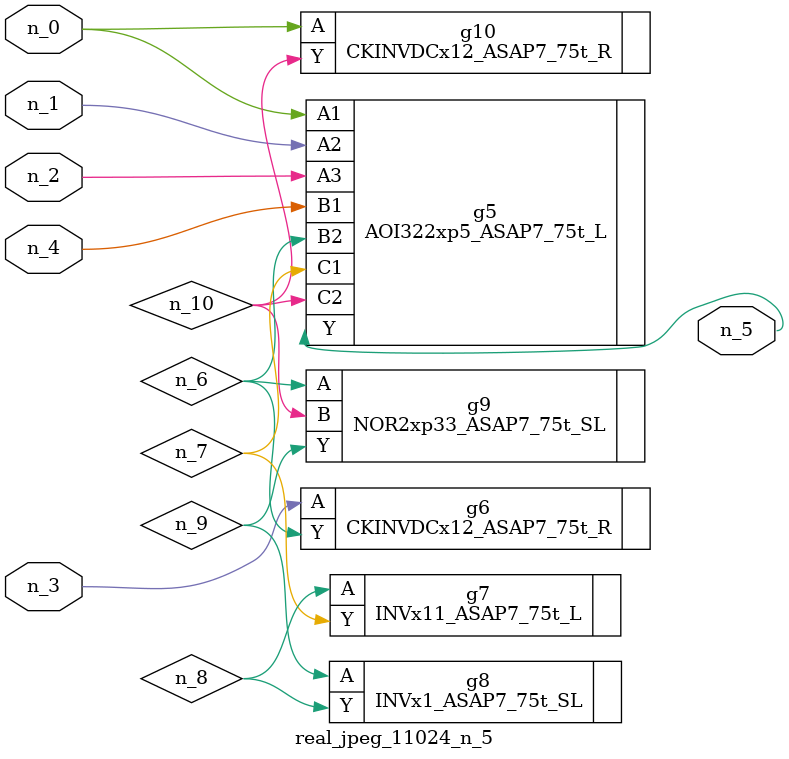
<source format=v>
module real_jpeg_11024_n_5 (n_4, n_0, n_1, n_2, n_3, n_5);

input n_4;
input n_0;
input n_1;
input n_2;
input n_3;

output n_5;

wire n_8;
wire n_6;
wire n_7;
wire n_10;
wire n_9;

AOI322xp5_ASAP7_75t_L g5 ( 
.A1(n_0),
.A2(n_1),
.A3(n_2),
.B1(n_4),
.B2(n_6),
.C1(n_7),
.C2(n_10),
.Y(n_5)
);

CKINVDCx12_ASAP7_75t_R g10 ( 
.A(n_0),
.Y(n_10)
);

CKINVDCx12_ASAP7_75t_R g6 ( 
.A(n_3),
.Y(n_6)
);

NOR2xp33_ASAP7_75t_SL g9 ( 
.A(n_6),
.B(n_10),
.Y(n_9)
);

INVx11_ASAP7_75t_L g7 ( 
.A(n_8),
.Y(n_7)
);

INVx1_ASAP7_75t_SL g8 ( 
.A(n_9),
.Y(n_8)
);


endmodule
</source>
